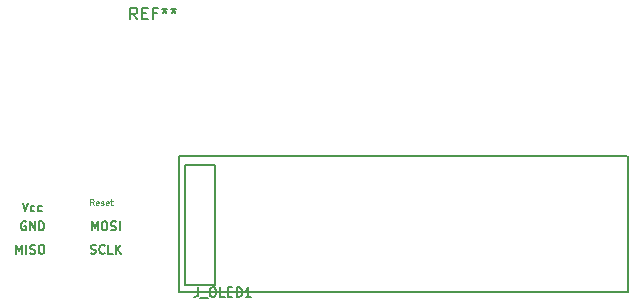
<source format=gbr>
G04 #@! TF.GenerationSoftware,KiCad,Pcbnew,(5.0.2)-1*
G04 #@! TF.CreationDate,2019-10-12T18:51:29+05:30*
G04 #@! TF.ProjectId,steambud_htswp,73746561-6d62-4756-945f-68747377702e,rev?*
G04 #@! TF.SameCoordinates,Original*
G04 #@! TF.FileFunction,Legend,Top*
G04 #@! TF.FilePolarity,Positive*
%FSLAX46Y46*%
G04 Gerber Fmt 4.6, Leading zero omitted, Abs format (unit mm)*
G04 Created by KiCad (PCBNEW (5.0.2)-1) date 10/12/2019 6:51:29 PM*
%MOMM*%
%LPD*%
G01*
G04 APERTURE LIST*
%ADD10C,0.100000*%
%ADD11C,0.150000*%
%ADD12C,0.187500*%
%ADD13C,0.175000*%
G04 APERTURE END LIST*
D10*
X46980952Y-37026190D02*
X46814285Y-36788095D01*
X46695238Y-37026190D02*
X46695238Y-36526190D01*
X46885714Y-36526190D01*
X46933333Y-36550000D01*
X46957142Y-36573809D01*
X46980952Y-36621428D01*
X46980952Y-36692857D01*
X46957142Y-36740476D01*
X46933333Y-36764285D01*
X46885714Y-36788095D01*
X46695238Y-36788095D01*
X47385714Y-37002380D02*
X47338095Y-37026190D01*
X47242857Y-37026190D01*
X47195238Y-37002380D01*
X47171428Y-36954761D01*
X47171428Y-36764285D01*
X47195238Y-36716666D01*
X47242857Y-36692857D01*
X47338095Y-36692857D01*
X47385714Y-36716666D01*
X47409523Y-36764285D01*
X47409523Y-36811904D01*
X47171428Y-36859523D01*
X47600000Y-37002380D02*
X47647619Y-37026190D01*
X47742857Y-37026190D01*
X47790476Y-37002380D01*
X47814285Y-36954761D01*
X47814285Y-36930952D01*
X47790476Y-36883333D01*
X47742857Y-36859523D01*
X47671428Y-36859523D01*
X47623809Y-36835714D01*
X47600000Y-36788095D01*
X47600000Y-36764285D01*
X47623809Y-36716666D01*
X47671428Y-36692857D01*
X47742857Y-36692857D01*
X47790476Y-36716666D01*
X48219047Y-37002380D02*
X48171428Y-37026190D01*
X48076190Y-37026190D01*
X48028571Y-37002380D01*
X48004761Y-36954761D01*
X48004761Y-36764285D01*
X48028571Y-36716666D01*
X48076190Y-36692857D01*
X48171428Y-36692857D01*
X48219047Y-36716666D01*
X48242857Y-36764285D01*
X48242857Y-36811904D01*
X48004761Y-36859523D01*
X48385714Y-36692857D02*
X48576190Y-36692857D01*
X48457142Y-36526190D02*
X48457142Y-36954761D01*
X48480952Y-37002380D01*
X48528571Y-37026190D01*
X48576190Y-37026190D01*
D11*
X46821428Y-39139285D02*
X46821428Y-38389285D01*
X47071428Y-38925000D01*
X47321428Y-38389285D01*
X47321428Y-39139285D01*
X47821428Y-38389285D02*
X47964285Y-38389285D01*
X48035714Y-38425000D01*
X48107142Y-38496428D01*
X48142857Y-38639285D01*
X48142857Y-38889285D01*
X48107142Y-39032142D01*
X48035714Y-39103571D01*
X47964285Y-39139285D01*
X47821428Y-39139285D01*
X47750000Y-39103571D01*
X47678571Y-39032142D01*
X47642857Y-38889285D01*
X47642857Y-38639285D01*
X47678571Y-38496428D01*
X47750000Y-38425000D01*
X47821428Y-38389285D01*
X48428571Y-39103571D02*
X48535714Y-39139285D01*
X48714285Y-39139285D01*
X48785714Y-39103571D01*
X48821428Y-39067857D01*
X48857142Y-38996428D01*
X48857142Y-38925000D01*
X48821428Y-38853571D01*
X48785714Y-38817857D01*
X48714285Y-38782142D01*
X48571428Y-38746428D01*
X48500000Y-38710714D01*
X48464285Y-38675000D01*
X48428571Y-38603571D01*
X48428571Y-38532142D01*
X48464285Y-38460714D01*
X48500000Y-38425000D01*
X48571428Y-38389285D01*
X48750000Y-38389285D01*
X48857142Y-38425000D01*
X49178571Y-39139285D02*
X49178571Y-38389285D01*
X46732142Y-41103571D02*
X46839285Y-41139285D01*
X47017857Y-41139285D01*
X47089285Y-41103571D01*
X47125000Y-41067857D01*
X47160714Y-40996428D01*
X47160714Y-40925000D01*
X47125000Y-40853571D01*
X47089285Y-40817857D01*
X47017857Y-40782142D01*
X46875000Y-40746428D01*
X46803571Y-40710714D01*
X46767857Y-40675000D01*
X46732142Y-40603571D01*
X46732142Y-40532142D01*
X46767857Y-40460714D01*
X46803571Y-40425000D01*
X46875000Y-40389285D01*
X47053571Y-40389285D01*
X47160714Y-40425000D01*
X47910714Y-41067857D02*
X47875000Y-41103571D01*
X47767857Y-41139285D01*
X47696428Y-41139285D01*
X47589285Y-41103571D01*
X47517857Y-41032142D01*
X47482142Y-40960714D01*
X47446428Y-40817857D01*
X47446428Y-40710714D01*
X47482142Y-40567857D01*
X47517857Y-40496428D01*
X47589285Y-40425000D01*
X47696428Y-40389285D01*
X47767857Y-40389285D01*
X47875000Y-40425000D01*
X47910714Y-40460714D01*
X48589285Y-41139285D02*
X48232142Y-41139285D01*
X48232142Y-40389285D01*
X48839285Y-41139285D02*
X48839285Y-40389285D01*
X49267857Y-41139285D02*
X48946428Y-40710714D01*
X49267857Y-40389285D02*
X48839285Y-40817857D01*
X40421428Y-41139285D02*
X40421428Y-40389285D01*
X40671428Y-40925000D01*
X40921428Y-40389285D01*
X40921428Y-41139285D01*
X41278571Y-41139285D02*
X41278571Y-40389285D01*
X41600000Y-41103571D02*
X41707142Y-41139285D01*
X41885714Y-41139285D01*
X41957142Y-41103571D01*
X41992857Y-41067857D01*
X42028571Y-40996428D01*
X42028571Y-40925000D01*
X41992857Y-40853571D01*
X41957142Y-40817857D01*
X41885714Y-40782142D01*
X41742857Y-40746428D01*
X41671428Y-40710714D01*
X41635714Y-40675000D01*
X41600000Y-40603571D01*
X41600000Y-40532142D01*
X41635714Y-40460714D01*
X41671428Y-40425000D01*
X41742857Y-40389285D01*
X41921428Y-40389285D01*
X42028571Y-40425000D01*
X42492857Y-40389285D02*
X42635714Y-40389285D01*
X42707142Y-40425000D01*
X42778571Y-40496428D01*
X42814285Y-40639285D01*
X42814285Y-40889285D01*
X42778571Y-41032142D01*
X42707142Y-41103571D01*
X42635714Y-41139285D01*
X42492857Y-41139285D01*
X42421428Y-41103571D01*
X42350000Y-41032142D01*
X42314285Y-40889285D01*
X42314285Y-40639285D01*
X42350000Y-40496428D01*
X42421428Y-40425000D01*
X42492857Y-40389285D01*
D12*
X41228571Y-38425000D02*
X41157142Y-38389285D01*
X41050000Y-38389285D01*
X40942857Y-38425000D01*
X40871428Y-38496428D01*
X40835714Y-38567857D01*
X40800000Y-38710714D01*
X40800000Y-38817857D01*
X40835714Y-38960714D01*
X40871428Y-39032142D01*
X40942857Y-39103571D01*
X41050000Y-39139285D01*
X41121428Y-39139285D01*
X41228571Y-39103571D01*
X41264285Y-39067857D01*
X41264285Y-38817857D01*
X41121428Y-38817857D01*
X41585714Y-39139285D02*
X41585714Y-38389285D01*
X42014285Y-39139285D01*
X42014285Y-38389285D01*
X42371428Y-39139285D02*
X42371428Y-38389285D01*
X42550000Y-38389285D01*
X42657142Y-38425000D01*
X42728571Y-38496428D01*
X42764285Y-38567857D01*
X42800000Y-38710714D01*
X42800000Y-38817857D01*
X42764285Y-38960714D01*
X42728571Y-39032142D01*
X42657142Y-39103571D01*
X42550000Y-39139285D01*
X42371428Y-39139285D01*
D13*
X40966666Y-36816666D02*
X41200000Y-37516666D01*
X41433333Y-36816666D01*
X41966666Y-37483333D02*
X41900000Y-37516666D01*
X41766666Y-37516666D01*
X41700000Y-37483333D01*
X41666666Y-37450000D01*
X41633333Y-37383333D01*
X41633333Y-37183333D01*
X41666666Y-37116666D01*
X41700000Y-37083333D01*
X41766666Y-37050000D01*
X41900000Y-37050000D01*
X41966666Y-37083333D01*
X42566666Y-37483333D02*
X42500000Y-37516666D01*
X42366666Y-37516666D01*
X42300000Y-37483333D01*
X42266666Y-37450000D01*
X42233333Y-37383333D01*
X42233333Y-37183333D01*
X42266666Y-37116666D01*
X42300000Y-37083333D01*
X42366666Y-37050000D01*
X42500000Y-37050000D01*
X42566666Y-37083333D01*
D11*
G04 #@! TO.C,J_OLED1*
X92195000Y-44328800D02*
X92195000Y-32848000D01*
X54222000Y-44328800D02*
X92171200Y-44328800D01*
X54222000Y-32848000D02*
X54222000Y-44328800D01*
X92171600Y-32848000D02*
X54222000Y-32848000D01*
X57270000Y-43770000D02*
X54730000Y-43770000D01*
X54730000Y-33610000D02*
X57270000Y-33610000D01*
X54730000Y-43770000D02*
X54730000Y-33610000D01*
X57270000Y-43770000D02*
X57270000Y-33610000D01*
X55820590Y-43969895D02*
X55820590Y-44550466D01*
X55781885Y-44666580D01*
X55704476Y-44743990D01*
X55588361Y-44782695D01*
X55510952Y-44782695D01*
X56014114Y-44860104D02*
X56633390Y-44860104D01*
X56981733Y-43969895D02*
X57136552Y-43969895D01*
X57213961Y-44008600D01*
X57291371Y-44086009D01*
X57330076Y-44240828D01*
X57330076Y-44511761D01*
X57291371Y-44666580D01*
X57213961Y-44743990D01*
X57136552Y-44782695D01*
X56981733Y-44782695D01*
X56904323Y-44743990D01*
X56826914Y-44666580D01*
X56788209Y-44511761D01*
X56788209Y-44240828D01*
X56826914Y-44086009D01*
X56904323Y-44008600D01*
X56981733Y-43969895D01*
X58065466Y-44782695D02*
X57678419Y-44782695D01*
X57678419Y-43969895D01*
X58336400Y-44356942D02*
X58607333Y-44356942D01*
X58723447Y-44782695D02*
X58336400Y-44782695D01*
X58336400Y-43969895D01*
X58723447Y-43969895D01*
X59071790Y-44782695D02*
X59071790Y-43969895D01*
X59265314Y-43969895D01*
X59381428Y-44008600D01*
X59458838Y-44086009D01*
X59497542Y-44163419D01*
X59536247Y-44318238D01*
X59536247Y-44434352D01*
X59497542Y-44589171D01*
X59458838Y-44666580D01*
X59381428Y-44743990D01*
X59265314Y-44782695D01*
X59071790Y-44782695D01*
X60310342Y-44782695D02*
X59845885Y-44782695D01*
X60078114Y-44782695D02*
X60078114Y-43969895D01*
X60000704Y-44086009D01*
X59923295Y-44163419D01*
X59845885Y-44202123D01*
G04 #@! TO.C,*
G04 #@! TO.C,REF\002A\002A*
X50657046Y-21292800D02*
X50323713Y-20816610D01*
X50085618Y-21292800D02*
X50085618Y-20292800D01*
X50466570Y-20292800D01*
X50561808Y-20340420D01*
X50609427Y-20388039D01*
X50657046Y-20483277D01*
X50657046Y-20626134D01*
X50609427Y-20721372D01*
X50561808Y-20768991D01*
X50466570Y-20816610D01*
X50085618Y-20816610D01*
X51085618Y-20768991D02*
X51418951Y-20768991D01*
X51561808Y-21292800D02*
X51085618Y-21292800D01*
X51085618Y-20292800D01*
X51561808Y-20292800D01*
X52323713Y-20768991D02*
X51990380Y-20768991D01*
X51990380Y-21292800D02*
X51990380Y-20292800D01*
X52466570Y-20292800D01*
X52990380Y-20292800D02*
X52990380Y-20530896D01*
X52752284Y-20435658D02*
X52990380Y-20530896D01*
X53228475Y-20435658D01*
X52847522Y-20721372D02*
X52990380Y-20530896D01*
X53133237Y-20721372D01*
X53752284Y-20292800D02*
X53752284Y-20530896D01*
X53514189Y-20435658D02*
X53752284Y-20530896D01*
X53990380Y-20435658D01*
X53609427Y-20721372D02*
X53752284Y-20530896D01*
X53895141Y-20721372D01*
G04 #@! TD*
M02*

</source>
